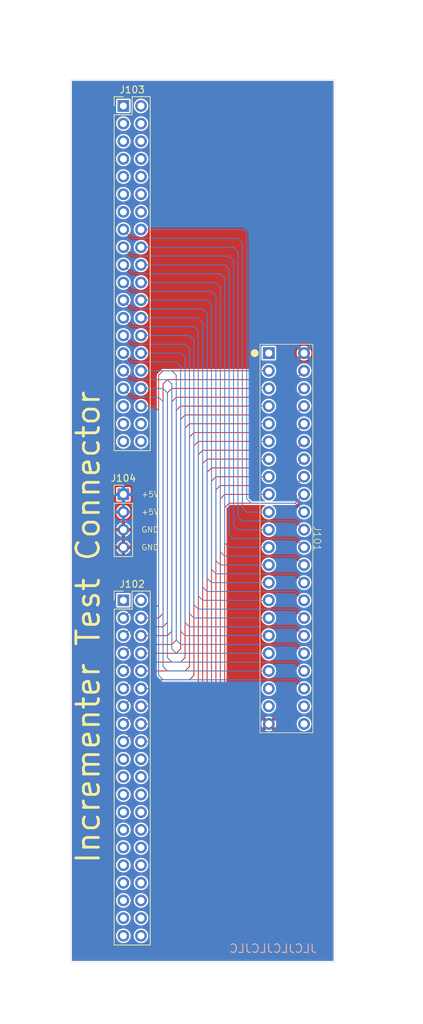
<source format=kicad_pcb>
(kicad_pcb (version 20240108) (generator "pcbnew") (generator_version "8.0")
  (layers (0 "F.Cu" signal) (31 "B.Cu" signal) (34 "B.Paste" user) (35 "F.Paste" user) (36 "B.SilkS" user "B.Silkscreen") (37 "F.SilkS" user "F.Silkscreen") (38 "B.Mask" user) (39 "F.Mask" user) (44 "Edge.Cuts" user))
  (net 0 "")
  (net 1 "/Incremented1.Out4")
  (net 3 "/Reg1.In6")
  (net 4 "/Reg1.In1")
  (net 5 "/~{OE}")
  (net 6 "/Increment3")
  (net 7 "/Incremented0.Out0")
  (net 8 "/Reg0.In1")
  (net 9 "/Incremented1.Out7")
  (net 10 "/Incremented1.Out3")
  (net 11 "/Incremented0.Out4")
  (net 12 "/Reg0.In3")
  (net 13 "/Incremented1.Out6")
  (net 14 "/Reg0.In2")
  (net 15 "/Incremented0.Out7")
  (net 16 "/Reg0.In5")
  (net 17 "GND")
  (net 18 "/Reg0.In7")
  (net 20 "/Reg1.In2")
  (net 21 "/Incremented1.Out0")
  (net 22 "/Incremented1.Out1")
  (net 23 "/Incremented0.Out1")
  (net 24 "/Incremented0.Out6")
  (net 25 "/Reg0.In6")
  (net 27 "/Reg0.In4")
  (net 28 "/Reg1.In3")
  (net 29 "/Incremented0.Out5")
  (net 30 "/Reg1.In0")
  (net 31 "/Incremented1.Out2")
  (net 32 "+5V")
  (net 33 "/Increment0")
  (net 34 "/Incremented1.Out5")
  (net 35 "/Reg0.In0")
  (net 36 "/Reg1.In7")
  (net 37 "/Reg1.In4")
  (net 38 "/Reg1.In5")
  (net 39 "/Increment2")
  (net 40 "/Incremented0.Out3")
  (net 43 "/Incremented0.Out2")
  (net 44 "/Increment1")
  (footprint "BoardEdgeConnectors:TE-5530843-4-Mount" (layer "F.Cu") (at 132.715 113.03 -90)
    (property "Reference" "J101" (at 0 -4.445 -90) (layer "F.SilkS") (effects (font (thickness 0.1))))
    (property "Value" "~")
    (fp_rect (start -27.94 -3.81) (end 27.94 3.81) (stroke (width 0.1)) (fill none) (layer "F.SilkS"))
    (fp_circle (center -26.67 4.572) (end -26.162 4.572) (stroke (width 0.1)) (fill solid) (layer "F.SilkS"))
    (pad "A1" thru_hole rect (at -26.67 2.54 270) (size 1.7272 1.7272) (drill 1.016) (layers "*.Cu" "*.Mask"))
    (pad "A2" thru_hole circle (at -24.13 2.54 270) (size 1.7272 1.7272) (drill 1.016) (layers "*.Cu" "*.Mask") (net 7 "/Incremented0.Out0"))
    (pad "A3" thru_hole circle (at -21.59 2.54 270) (size 1.7272 1.7272) (drill 1.016) (layers "*.Cu" "*.Mask") (net 43 "/Incremented0.Out2"))
    (pad "A4" thru_hole circle (at -19.05 2.54 270) (size 1.7272 1.7272) (drill 1.016) (layers "*.Cu" "*.Mask") (net 11 "/Incremented0.Out4"))
    (pad "A5" thru_hole circle (at -16.51 2.54 270) (size 1.7272 1.7272) (drill 1.016) (layers "*.Cu" "*.Mask") (net 24 "/Incremented0.Out6"))
    (pad "A6" thru_hole circle (at -13.97 2.54 270) (size 1.7272 1.7272) (drill 1.016) (layers "*.Cu" "*.Mask") (net 21 "/Incremented1.Out0"))
    (pad "A7" thru_hole circle (at -11.43 2.54 270) (size 1.7272 1.7272) (drill 1.016) (layers "*.Cu" "*.Mask") (net 31 "/Incremented1.Out2"))
    (pad "A8" thru_hole circle (at -8.89 2.54 270) (size 1.7272 1.7272) (drill 1.016) (layers "*.Cu" "*.Mask") (net 1 "/Incremented1.Out4"))
    (pad "A9" thru_hole circle (at -6.35 2.54 270) (size 1.7272 1.7272) (drill 1.016) (layers "*.Cu" "*.Mask") (net 13 "/Incremented1.Out6"))
    (pad "A10" thru_hole circle (at -3.81 2.54 270) (size 1.7272 1.7272) (drill 1.016) (layers "*.Cu" "*.Mask") (net 33 "/Increment0"))
    (pad "A11" thru_hole circle (at -1.27 2.54 270) (size 1.7272 1.7272) (drill 1.016) (layers "*.Cu" "*.Mask") (net 39 "/Increment2"))
    (pad "A12" thru_hole circle (at 1.27 2.54 270) (size 1.7272 1.7272) (drill 1.016) (layers "*.Cu" "*.Mask") (net 35 "/Reg0.In0"))
    (pad "A13" thru_hole circle (at 3.81 2.54 270) (size 1.7272 1.7272) (drill 1.016) (layers "*.Cu" "*.Mask") (net 14 "/Reg0.In2"))
    (pad "A14" thru_hole circle (at 6.35 2.54 270) (size 1.7272 1.7272) (drill 1.016) (layers "*.Cu" "*.Mask") (net 27 "/Reg0.In4"))
    (pad "A15" thru_hole circle (at 8.89 2.54 270) (size 1.7272 1.7272) (drill 1.016) (layers "*.Cu" "*.Mask") (net 25 "/Reg0.In6"))
    (pad "A16" thru_hole circle (at 11.43 2.54 270) (size 1.7272 1.7272) (drill 1.016) (layers "*.Cu" "*.Mask") (net 30 "/Reg1.In0"))
    (pad "A17" thru_hole circle (at 13.97 2.54 270) (size 1.7272 1.7272) (drill 1.016) (layers "*.Cu" "*.Mask") (net 20 "/Reg1.In2"))
    (pad "A18" thru_hole circle (at 16.51 2.54 270) (size 1.7272 1.7272) (drill 1.016) (layers "*.Cu" "*.Mask") (net 37 "/Reg1.In4"))
    (pad "A19" thru_hole circle (at 19.05 2.54 270) (size 1.7272 1.7272) (drill 1.016) (layers "*.Cu" "*.Mask") (net 3 "/Reg1.In6"))
    (pad "A20" thru_hole circle (at 21.59 2.54 270) (size 1.7272 1.7272) (drill 1.016) (layers "*.Cu" "*.Mask"))
    (pad "A21" thru_hole circle (at 24.13 2.54 270) (size 1.7272 1.7272) (drill 1.016) (layers "*.Cu" "*.Mask"))
    (pad "A22" thru_hole circle (at 26.67 2.54 270) (size 1.7272 1.7272) (drill 1.016) (layers "*.Cu" "*.Mask") (net 17 "GND"))
    (pad "B1" thru_hole circle (at -26.67 -2.54 270) (size 1.7272 1.7272) (drill 1.016) (layers "*.Cu" "*.Mask") (net 32 "+5V"))
    (pad "B2" thru_hole circle (at -24.13 -2.54 270) (size 1.7272 1.7272) (drill 1.016) (layers "*.Cu" "*.Mask") (net 23 "/Incremented0.Out1"))
    (pad "B3" thru_hole circle (at -21.59 -2.54 270) (size 1.7272 1.7272) (drill 1.016) (layers "*.Cu" "*.Mask") (net 40 "/Incremented0.Out3"))
    (pad "B4" thru_hole circle (at -19.05 -2.54 270) (size 1.7272 1.7272) (drill 1.016) (layers "*.Cu" "*.Mask") (net 29 "/Incremented0.Out5"))
    (pad "B5" thru_hole circle (at -16.51 -2.54 270) (size 1.7272 1.7272) (drill 1.016) (layers "*.Cu" "*.Mask") (net 15 "/Incremented0.Out7"))
    (pad "B6" thru_hole circle (at -13.97 -2.54 270) (size 1.7272 1.7272) (drill 1.016) (layers "*.Cu" "*.Mask") (net 22 "/Incremented1.Out1"))
    (pad "B7" thru_hole circle (at -11.43 -2.54 270) (size 1.7272 1.7272) (drill 1.016) (layers "*.Cu" "*.Mask") (net 10 "/Incremented1.Out3"))
    (pad "B8" thru_hole circle (at -8.89 -2.54 270) (size 1.7272 1.7272) (drill 1.016) (layers "*.Cu" "*.Mask") (net 34 "/Incremented1.Out5"))
    (pad "B9" thru_hole circle (at -6.35 -2.54 270) (size 1.7272 1.7272) (drill 1.016) (layers "*.Cu" "*.Mask") (net 9 "/Incremented1.Out7"))
    (pad "B10" thru_hole circle (at -3.81 -2.54 270) (size 1.7272 1.7272) (drill 1.016) (layers "*.Cu" "*.Mask") (net 44 "/Increment1"))
    (pad "B11" thru_hole circle (at -1.27 -2.54 270) (size 1.7272 1.7272) (drill 1.016) (layers "*.Cu" "*.Mask") (net 6 "/Increment3"))
    (pad "B12" thru_hole circle (at 1.27 -2.54 270) (size 1.7272 1.7272) (drill 1.016) (layers "*.Cu" "*.Mask") (net 8 "/Reg0.In1"))
    (pad "B13" thru_hole circle (at 3.81 -2.54 270) (size 1.7272 1.7272) (drill 1.016) (layers "*.Cu" "*.Mask") (net 12 "/Reg0.In3"))
    (pad "B14" thru_hole circle (at 6.35 -2.54 270) (size 1.7272 1.7272) (drill 1.016) (layers "*.Cu" "*.Mask") (net 16 "/Reg0.In5"))
    (pad "B15" thru_hole circle (at 8.89 -2.54 270) (size 1.7272 1.7272) (drill 1.016) (layers "*.Cu" "*.Mask") (net 18 "/Reg0.In7"))
    (pad "B16" thru_hole circle (at 11.43 -2.54 270) (size 1.7272 1.7272) (drill 1.016) (layers "*.Cu" "*.Mask") (net 4 "/Reg1.In1"))
    (pad "B17" thru_hole circle (at 13.97 -2.54 270) (size 1.7272 1.7272) (drill 1.016) (layers "*.Cu" "*.Mask") (net 28 "/Reg1.In3"))
    (pad "B18" thru_hole circle (at 16.51 -2.54 270) (size 1.7272 1.7272) (drill 1.016) (layers "*.Cu" "*.Mask") (net 38 "/Reg1.In5"))
    (pad "B19" thru_hole circle (at 19.05 -2.54 270) (size 1.7272 1.7272) (drill 1.016) (layers "*.Cu" "*.Mask") (net 36 "/Reg1.In7"))
    (pad "B20" thru_hole circle (at 21.59 -2.54 270) (size 1.7272 1.7272) (drill 1.016) (layers "*.Cu" "*.Mask") (net 5 "/~{OE}"))
    (pad "B21" thru_hole circle (at 24.13 -2.54 270) (size 1.7272 1.7272) (drill 1.016) (layers "*.Cu" "*.Mask"))
    (pad "B22" thru_hole circle (at 26.67 -2.54 270) (size 1.7272 1.7272) (drill 1.016) (layers "*.Cu" "*.Mask"))
  )
  (footprint "Connector_PinHeader_2.54mm:PinHeader_1x04_P2.54mm_Vertical" (layer "F.Cu") (at 109.22 106.68)
    (property "Reference" "J104" (at 0 -2.33 0) (layer "F.SilkS"))
    (property "Value" "Conn_01x04")
    (fp_line (start -1.33 -1.33) (end 0 -1.33) (stroke (width 0.12)) (layer "F.SilkS"))
    (fp_line (start -1.33 0) (end -1.33 -1.33) (stroke (width 0.12)) (layer "F.SilkS"))
    (fp_line (start -1.33 1.27) (end -1.33 8.95) (stroke (width 0.12)) (layer "F.SilkS"))
    (fp_line (start -1.33 1.27) (end 1.33 1.27) (stroke (width 0.12)) (layer "F.SilkS"))
    (fp_line (start -1.33 8.95) (end 1.33 8.95) (stroke (width 0.12)) (layer "F.SilkS"))
    (fp_line (start 1.33 1.27) (end 1.33 8.95) (stroke (width 0.12)) (layer "F.SilkS"))
    (pad "1" thru_hole rect (at 0 0) (size 1.7 1.7) (drill 1) (layers "*.Cu" "*.Mask") (net 32 "+5V"))
    (pad "2" thru_hole oval (at 0 2.54) (size 1.7 1.7) (drill 1) (layers "*.Cu" "*.Mask") (net 32 "+5V"))
    (pad "3" thru_hole oval (at 0 5.08) (size 1.7 1.7) (drill 1) (layers "*.Cu" "*.Mask") (net 17 "GND"))
    (pad "4" thru_hole oval (at 0 7.62) (size 1.7 1.7) (drill 1) (layers "*.Cu" "*.Mask") (net 17 "GND"))
  )
  (footprint "Connector_PinHeader_2.54mm:PinHeader_2x20_P2.54mm_Vertical" (layer "F.Cu") (at 109.22 50.8)
    (property "Reference" "J103" (at 1.27 -2.33 0) (layer "F.SilkS"))
    (property "Value" "Conn_02x20_Odd_Even")
    (fp_line (start -1.33 -1.33) (end 0 -1.33) (stroke (width 0.12)) (layer "F.SilkS"))
    (fp_line (start -1.33 0) (end -1.33 -1.33) (stroke (width 0.12)) (layer "F.SilkS"))
    (fp_line (start -1.33 1.27) (end -1.33 49.59) (stroke (width 0.12)) (layer "F.SilkS"))
    (fp_line (start -1.33 1.27) (end 1.27 1.27) (stroke (width 0.12)) (layer "F.SilkS"))
    (fp_line (start -1.33 49.59) (end 3.87 49.59) (stroke (width 0.12)) (layer "F.SilkS"))
    (fp_line (start 1.27 -1.33) (end 3.87 -1.33) (stroke (width 0.12)) (layer "F.SilkS"))
    (fp_line (start 1.27 1.27) (end 1.27 -1.33) (stroke (width 0.12)) (layer "F.SilkS"))
    (fp_line (start 3.87 -1.33) (end 3.87 49.59) (stroke (width 0.12)) (layer "F.SilkS"))
    (pad "1" thru_hole rect (at 0 0) (size 1.7 1.7) (drill 1) (layers "*.Cu" "*.Mask"))
    (pad "2" thru_hole oval (at 2.54 0) (size 1.7 1.7) (drill 1) (layers "*.Cu" "*.Mask"))
    (pad "3" thru_hole oval (at 0 2.54) (size 1.7 1.7) (drill 1) (layers "*.Cu" "*.Mask"))
    (pad "4" thru_hole oval (at 2.54 2.54) (size 1.7 1.7) (drill 1) (layers "*.Cu" "*.Mask"))
    (pad "5" thru_hole oval (at 0 5.08) (size 1.7 1.7) (drill 1) (layers "*.Cu" "*.Mask"))
    (pad "6" thru_hole oval (at 2.54 5.08) (size 1.7 1.7) (drill 1) (layers "*.Cu" "*.Mask"))
    (pad "7" thru_hole oval (at 0 7.62) (size 1.7 1.7) (drill 1) (layers "*.Cu" "*.Mask"))
    (pad "8" thru_hole oval (at 2.54 7.62) (size 1.7 1.7) (drill 1) (layers "*.Cu" "*.Mask"))
    (pad "9" thru_hole oval (at 0 10.16) (size 1.7 1.7) (drill 1) (layers "*.Cu" "*.Mask"))
    (pad "10" thru_hole oval (at 2.54 10.16) (size 1.7 1.7) (drill 1) (layers "*.Cu" "*.Mask"))
    (pad "11" thru_hole oval (at 0 12.7) (size 1.7 1.7) (drill 1) (layers "*.Cu" "*.Mask"))
    (pad "12" thru_hole oval (at 2.54 12.7) (size 1.7 1.7) (drill 1) (layers "*.Cu" "*.Mask"))
    (pad "13" thru_hole oval (at 0 15.24) (size 1.7 1.7) (drill 1) (layers "*.Cu" "*.Mask"))
    (pad "14" thru_hole oval (at 2.54 15.24) (size 1.7 1.7) (drill 1) (layers "*.Cu" "*.Mask"))
    (pad "15" thru_hole oval (at 0 17.78) (size 1.7 1.7) (drill 1) (layers "*.Cu" "*.Mask") (net 33 "/Increment0"))
    (pad "16" thru_hole oval (at 2.54 17.78) (size 1.7 1.7) (drill 1) (layers "*.Cu" "*.Mask") (net 44 "/Increment1"))
    (pad "17" thru_hole oval (at 0 20.32) (size 1.7 1.7) (drill 1) (layers "*.Cu" "*.Mask") (net 39 "/Increment2"))
    (pad "18" thru_hole oval (at 2.54 20.32) (size 1.7 1.7) (drill 1) (layers "*.Cu" "*.Mask") (net 6 "/Increment3"))
    (pad "19" thru_hole oval (at 0 22.86) (size 1.7 1.7) (drill 1) (layers "*.Cu" "*.Mask") (net 35 "/Reg0.In0"))
    (pad "20" thru_hole oval (at 2.54 22.86) (size 1.7 1.7) (drill 1) (layers "*.Cu" "*.Mask") (net 8 "/Reg0.In1"))
    (pad "21" thru_hole oval (at 0 25.4) (size 1.7 1.7) (drill 1) (layers "*.Cu" "*.Mask") (net 14 "/Reg0.In2"))
    (pad "22" thru_hole oval (at 2.54 25.4) (size 1.7 1.7) (drill 1) (layers "*.Cu" "*.Mask") (net 12 "/Reg0.In3"))
    (pad "23" thru_hole oval (at 0 27.94) (size 1.7 1.7) (drill 1) (layers "*.Cu" "*.Mask") (net 27 "/Reg0.In4"))
    (pad "24" thru_hole oval (at 2.54 27.94) (size 1.7 1.7) (drill 1) (layers "*.Cu" "*.Mask") (net 16 "/Reg0.In5"))
    (pad "25" thru_hole oval (at 0 30.48) (size 1.7 1.7) (drill 1) (layers "*.Cu" "*.Mask") (net 25 "/Reg0.In6"))
    (pad "26" thru_hole oval (at 2.54 30.48) (size 1.7 1.7) (drill 1) (layers "*.Cu" "*.Mask") (net 18 "/Reg0.In7"))
    (pad "27" thru_hole oval (at 0 33.02) (size 1.7 1.7) (drill 1) (layers "*.Cu" "*.Mask") (net 30 "/Reg1.In0"))
    (pad "28" thru_hole oval (at 2.54 33.02) (size 1.7 1.7) (drill 1) (layers "*.Cu" "*.Mask") (net 4 "/Reg1.In1"))
    (pad "29" thru_hole oval (at 0 35.56) (size 1.7 1.7) (drill 1) (layers "*.Cu" "*.Mask") (net 20 "/Reg1.In2"))
    (pad "30" thru_hole oval (at 2.54 35.56) (size 1.7 1.7) (drill 1) (layers "*.Cu" "*.Mask") (net 28 "/Reg1.In3"))
    (pad "31" thru_hole oval (at 0 38.1) (size 1.7 1.7) (drill 1) (layers "*.Cu" "*.Mask") (net 37 "/Reg1.In4"))
    (pad "32" thru_hole oval (at 2.54 38.1) (size 1.7 1.7) (drill 1) (layers "*.Cu" "*.Mask") (net 38 "/Reg1.In5"))
    (pad "33" thru_hole oval (at 0 40.64) (size 1.7 1.7) (drill 1) (layers "*.Cu" "*.Mask") (net 3 "/Reg1.In6"))
    (pad "34" thru_hole oval (at 2.54 40.64) (size 1.7 1.7) (drill 1) (layers "*.Cu" "*.Mask") (net 36 "/Reg1.In7"))
    (pad "35" thru_hole oval (at 0 43.18) (size 1.7 1.7) (drill 1) (layers "*.Cu" "*.Mask"))
    (pad "36" thru_hole oval (at 2.54 43.18) (size 1.7 1.7) (drill 1) (layers "*.Cu" "*.Mask") (net 5 "/~{OE}"))
    (pad "37" thru_hole oval (at 0 45.72) (size 1.7 1.7) (drill 1) (layers "*.Cu" "*.Mask"))
    (pad "38" thru_hole oval (at 2.54 45.72) (size 1.7 1.7) (drill 1) (layers "*.Cu" "*.Mask"))
    (pad "39" thru_hole oval (at 0 48.26) (size 1.7 1.7) (drill 1) (layers "*.Cu" "*.Mask"))
    (pad "40" thru_hole oval (at 2.54 48.26) (size 1.7 1.7) (drill 1) (layers "*.Cu" "*.Mask"))
  )
  (footprint "Connector_PinHeader_2.54mm:PinHeader_2x20_P2.54mm_Vertical" (layer "F.Cu") (at 109.22 121.92)
    (property "Reference" "J102" (at 1.27 -2.33 0) (layer "F.SilkS"))
    (property "Value" "Conn_02x20_Odd_Even")
    (fp_line (start -1.33 -1.33) (end 0 -1.33) (stroke (width 0.12)) (layer "F.SilkS"))
    (fp_line (start -1.33 0) (end -1.33 -1.33) (stroke (width 0.12)) (layer "F.SilkS"))
    (fp_line (start -1.33 1.27) (end -1.33 49.59) (stroke (width 0.12)) (layer "F.SilkS"))
    (fp_line (start -1.33 1.27) (end 1.27 1.27) (stroke (width 0.12)) (layer "F.SilkS"))
    (fp_line (start -1.33 49.59) (end 3.87 49.59) (stroke (width 0.12)) (layer "F.SilkS"))
    (fp_line (start 1.27 -1.33) (end 3.87 -1.33) (stroke (width 0.12)) (layer "F.SilkS"))
    (fp_line (start 1.27 1.27) (end 1.27 -1.33) (stroke (width 0.12)) (layer "F.SilkS"))
    (fp_line (start 3.87 -1.33) (end 3.87 49.59) (stroke (width 0.12)) (layer "F.SilkS"))
    (pad "1" thru_hole rect (at 0 0) (size 1.7 1.7) (drill 1) (layers "*.Cu" "*.Mask"))
    (pad "2" thru_hole oval (at 2.54 0) (size 1.7 1.7) (drill 1) (layers "*.Cu" "*.Mask"))
    (pad "3" thru_hole oval (at 0 2.54) (size 1.7 1.7) (drill 1) (layers "*.Cu" "*.Mask") (net 7 "/Incremented0.Out0"))
    (pad "4" thru_hole oval (at 2.54 2.54) (size 1.7 1.7) (drill 1) (layers "*.Cu" "*.Mask") (net 23 "/Incremented0.Out1"))
    (pad "5" thru_hole oval (at 0 5.08) (size 1.7 1.7) (drill 1) (layers "*.Cu" "*.Mask") (net 43 "/Incremented0.Out2"))
    (pad "6" thru_hole oval (at 2.54 5.08) (size 1.7 1.7) (drill 1) (layers "*.Cu" "*.Mask") (net 40 "/Incremented0.Out3"))
    (pad "7" thru_hole oval (at 0 7.62) (size 1.7 1.7) (drill 1) (layers "*.Cu" "*.Mask") (net 11 "/Incremented0.Out4"))
    (pad "8" thru_hole oval (at 2.54 7.62) (size 1.7 1.7) (drill 1) (layers "*.Cu" "*.Mask") (net 29 "/Incremented0.Out5"))
    (pad "9" thru_hole oval (at 0 10.16) (size 1.7 1.7) (drill 1) (layers "*.Cu" "*.Mask") (net 24 "/Incremented0.Out6"))
    (pad "10" thru_hole oval (at 2.54 10.16) (size 1.7 1.7) (drill 1) (layers "*.Cu" "*.Mask") (net 15 "/Incremented0.Out7"))
    (pad "11" thru_hole oval (at 0 12.7) (size 1.7 1.7) (drill 1) (layers "*.Cu" "*.Mask") (net 21 "/Incremented1.Out0"))
    (pad "12" thru_hole oval (at 2.54 12.7) (size 1.7 1.7) (drill 1) (layers "*.Cu" "*.Mask") (net 22 "/Incremented1.Out1"))
    (pad "13" thru_hole oval (at 0 15.24) (size 1.7 1.7) (drill 1) (layers "*.Cu" "*.Mask") (net 31 "/Incremented1.Out2"))
    (pad "14" thru_hole oval (at 2.54 15.24) (size 1.7 1.7) (drill 1) (layers "*.Cu" "*.Mask") (net 10 "/Incremented1.Out3"))
    (pad "15" thru_hole oval (at 0 17.78) (size 1.7 1.7) (drill 1) (layers "*.Cu" "*.Mask") (net 1 "/Incremented1.Out4"))
    (pad "16" thru_hole oval (at 2.54 17.78) (size 1.7 1.7) (drill 1) (layers "*.Cu" "*.Mask") (net 34 "/Incremented1.Out5"))
    (pad "17" thru_hole oval (at 0 20.32) (size 1.7 1.7) (drill 1) (layers "*.Cu" "*.Mask") (net 13 "/Incremented1.Out6"))
    (pad "18" thru_hole oval (at 2.54 20.32) (size 1.7 1.7) (drill 1) (layers "*.Cu" "*.Mask") (net 9 "/Incremented1.Out7"))
    (pad "19" thru_hole oval (at 0 22.86) (size 1.7 1.7) (drill 1) (layers "*.Cu" "*.Mask"))
    (pad "20" thru_hole oval (at 2.54 22.86) (size 1.7 1.7) (drill 1) (layers "*.Cu" "*.Mask"))
    (pad "21" thru_hole oval (at 0 25.4) (size 1.7 1.7) (drill 1) (layers "*.Cu" "*.Mask"))
    (pad "22" thru_hole oval (at 2.54 25.4) (size 1.7 1.7) (drill 1) (layers "*.Cu" "*.Mask"))
    (pad "23" thru_hole oval (at 0 27.94) (size 1.7 1.7) (drill 1) (layers "*.Cu" "*.Mask"))
    (pad "24" thru_hole oval (at 2.54 27.94) (size 1.7 1.7) (drill 1) (layers "*.Cu" "*.Mask"))
    (pad "25" thru_hole oval (at 0 30.48) (size 1.7 1.7) (drill 1) (layers "*.Cu" "*.Mask"))
    (pad "26" thru_hole oval (at 2.54 30.48) (size 1.7 1.7) (drill 1) (layers "*.Cu" "*.Mask"))
    (pad "27" thru_hole oval (at 0 33.02) (size 1.7 1.7) (drill 1) (layers "*.Cu" "*.Mask"))
    (pad "28" thru_hole oval (at 2.54 33.02) (size 1.7 1.7) (drill 1) (layers "*.Cu" "*.Mask"))
    (pad "29" thru_hole oval (at 0 35.56) (size 1.7 1.7) (drill 1) (layers "*.Cu" "*.Mask"))
    (pad "30" thru_hole oval (at 2.54 35.56) (size 1.7 1.7) (drill 1) (layers "*.Cu" "*.Mask"))
    (pad "31" thru_hole oval (at 0 38.1) (size 1.7 1.7) (drill 1) (layers "*.Cu" "*.Mask"))
    (pad "32" thru_hole oval (at 2.54 38.1) (size 1.7 1.7) (drill 1) (layers "*.Cu" "*.Mask"))
    (pad "33" thru_hole oval (at 0 40.64) (size 1.7 1.7) (drill 1) (layers "*.Cu" "*.Mask"))
    (pad "34" thru_hole oval (at 2.54 40.64) (size 1.7 1.7) (drill 1) (layers "*.Cu" "*.Mask"))
    (pad "35" thru_hole oval (at 0 43.18) (size 1.7 1.7) (drill 1) (layers "*.Cu" "*.Mask"))
    (pad "36" thru_hole oval (at 2.54 43.18) (size 1.7 1.7) (drill 1) (layers "*.Cu" "*.Mask"))
    (pad "37" thru_hole oval (at 0 45.72) (size 1.7 1.7) (drill 1) (layers "*.Cu" "*.Mask"))
    (pad "38" thru_hole oval (at 2.54 45.72) (size 1.7 1.7) (drill 1) (layers "*.Cu" "*.Mask"))
    (pad "39" thru_hole oval (at 0 48.26) (size 1.7 1.7) (drill 1) (layers "*.Cu" "*.Mask"))
    (pad "40" thru_hole oval (at 2.54 48.26) (size 1.7 1.7) (drill 1) (layers "*.Cu" "*.Mask"))
  )
  (gr_rect (start 101.6 46.99) (end 139.7 173.99) (stroke (width 0.05)) (fill none) (layer "Edge.Cuts"))
  (gr_text "JLCJLCJLCJLC" (at 137.16 172.72 0) (layer "B.SilkS") (effects (font (size 1.2192 1.2192) (thickness 0.1524)) (justify left bottom mirror)))
  (gr_text "GND" (at 111.76 114.3 0) (layer "F.SilkS") (effects (font (size 0.8128 0.8128) (thickness 0.1016)) (justify left)))
  (gr_text "Incrementer Test Connector" (at 104.14 160.02 90) (layer "F.SilkS") (effects (font (size 3.2512 3.2512) (thickness 0.4064)) (justify left)))
  (gr_text "+5V" (at 111.76 109.22 0) (layer "F.SilkS") (effects (font (size 0.8128 0.8128) (thickness 0.1016)) (justify left)))
  (gr_text "GND" (at 111.76 111.76 0) (layer "F.SilkS") (effects (font (size 0.8128 0.8128) (thickness 0.1016)) (justify left)))
  (gr_text "+5V" (at 111.76 106.68 0) (layer "F.SilkS") (effects (font (size 0.8128 0.8128) (thickness 0.1016)) (justify left)))
  (segment (start 121.92 137.795) (end 121.92 104.775) (width 0.127) (layer "F.Cu") (net 1))
  (segment (start 109.22 139.7) (end 110.49 138.43) (width 0.127) (layer "F.Cu") (net 1))
  (segment (start 121.92 104.775) (end 122.555 104.14) (width 0.127) (layer "F.Cu") (net 1))
  (segment (start 110.49 138.43) (end 121.285 138.43) (width 0.127) (layer "F.Cu") (net 1))
  (segment (start 122.555 104.14) (end 130.175 104.14) (width 0.127) (layer "F.Cu") (net 1))
  (segment (start 121.285 138.43) (end 121.92 137.795) (width 0.127) (layer "F.Cu") (net 1))
  (segment (start 114.935 93.345) (end 114.3 92.71) (width 0.127) (layer "B.Cu") (net 3))
  (segment (start 114.935 131.445) (end 114.935 93.345) (width 0.127) (layer "B.Cu") (net 3))
  (segment (start 110.49 92.71) (end 109.22 91.44) (width 0.127) (layer "B.Cu") (net 3))
  (segment (start 115.57 132.08) (end 114.935 131.445) (width 0.127) (layer "B.Cu") (net 3))
  (segment (start 130.175 132.08) (end 115.57 132.08) (width 0.127) (layer "B.Cu") (net 3))
  (segment (start 114.3 92.71) (end 110.49 92.71) (width 0.127) (layer "B.Cu") (net 3))
  (segment (start 119.38 122.555) (end 119.38 84.455) (width 0.127) (layer "B.Cu") (net 4))
  (segment (start 135.255 124.46) (end 133.985 123.19) (width 0.127) (layer "B.Cu") (net 4))
  (segment (start 119.38 84.455) (end 118.745 83.82) (width 0.127) (layer "B.Cu") (net 4))
  (segment (start 118.745 83.82) (end 111.76 83.82) (width 0.127) (layer "B.Cu") (net 4))
  (segment (start 120.015 123.19) (end 119.38 122.555) (width 0.127) (layer "B.Cu") (net 4))
  (segment (start 133.985 123.19) (end 120.015 123.19) (width 0.127) (layer "B.Cu") (net 4))
  (segment (start 113.665 93.98) (end 114.3 94.615) (width 0.127) (layer "B.Cu") (net 5))
  (segment (start 114.3 94.615) (end 114.3 132.715) (width 0.127) (layer "B.Cu") (net 5))
  (segment (start 111.76 93.98) (end 113.665 93.98) (width 0.127) (layer "B.Cu") (net 5))
  (segment (start 133.985 133.35) (end 114.935 133.35) (width 0.127) (layer "B.Cu") (net 5))
  (segment (start 135.255 134.62) (end 133.985 133.35) (width 0.127) (layer "B.Cu") (net 5))
  (segment (start 114.935 133.35) (end 114.3 132.715) (width 0.127) (layer "B.Cu") (net 5))
  (segment (start 125.73 71.755) (end 125.73 109.855) (width 0.127) (layer "B.Cu") (net 6))
  (segment (start 133.985 110.49) (end 135.255 111.76) (width 0.127) (layer "B.Cu") (net 6))
  (segment (start 125.095 71.12) (end 125.73 71.755) (width 0.127) (layer "B.Cu") (net 6))
  (segment (start 126.365 110.49) (end 133.985 110.49) (width 0.127) (layer "B.Cu") (net 6))
  (segment (start 111.76 71.12) (end 125.095 71.12) (width 0.127) (layer "B.Cu") (net 6))
  (segment (start 125.73 109.855) (end 126.365 110.49) (width 0.127) (layer "B.Cu") (net 6))
  (segment (start 114.935 88.9) (end 130.175 88.9) (width 0.127) (layer "F.Cu") (net 7))
  (segment (start 109.22 124.46) (end 110.49 123.19) (width 0.127) (layer "F.Cu") (net 7))
  (segment (start 110.49 123.19) (end 113.665 123.19) (width 0.127) (layer "F.Cu") (net 7))
  (segment (start 114.3 122.555) (end 114.3 89.535) (width 0.127) (layer "F.Cu") (net 7))
  (segment (start 114.3 89.535) (end 114.935 88.9) (width 0.127) (layer "F.Cu") (net 7))
  (segment (start 113.665 123.19) (end 114.3 122.555) (width 0.127) (layer "F.Cu") (net 7))
  (segment (start 123.825 73.66) (end 111.76 73.66) (width 0.127) (layer "B.Cu") (net 8))
  (segment (start 125.095 113.03) (end 124.46 112.395) (width 0.127) (layer "B.Cu") (net 8))
  (segment (start 133.985 113.03) (end 125.095 113.03) (width 0.127) (layer "B.Cu") (net 8))
  (segment (start 124.46 74.295) (end 123.825 73.66) (width 0.127) (layer "B.Cu") (net 8))
  (segment (start 124.46 112.395) (end 124.46 74.295) (width 0.127) (layer "B.Cu") (net 8))
  (segment (start 135.255 114.3) (end 133.985 113.03) (width 0.127) (layer "B.Cu") (net 8))
  (segment (start 133.985 107.95) (end 135.255 106.68) (width 0.127) (layer "F.Cu") (net 9))
  (segment (start 111.76 142.24) (end 123.19 142.24) (width 0.127) (layer "F.Cu") (net 9))
  (segment (start 123.825 108.585) (end 124.46 107.95) (width 0.127) (layer "F.Cu") (net 9))
  (segment (start 123.19 142.24) (end 123.825 141.605) (width 0.127) (layer "F.Cu") (net 9))
  (segment (start 123.825 141.605) (end 123.825 108.585) (width 0.127) (layer "F.Cu") (net 9))
  (segment (start 124.46 107.95) (end 133.985 107.95) (width 0.127) (layer "F.Cu") (net 9))
  (segment (start 111.76 137.16) (end 120.65 137.16) (width 0.127) (layer "F.Cu") (net 10))
  (segment (start 133.985 102.87) (end 121.92 102.87) (width 0.127) (layer "F.Cu") (net 10))
  (segment (start 121.285 103.505) (end 121.285 136.525) (width 0.127) (layer "F.Cu") (net 10))
  (segment (start 135.255 101.6) (end 133.985 102.87) (width 0.127) (layer "F.Cu") (net 10))
  (segment (start 120.65 137.16) (end 121.285 136.525) (width 0.127) (layer "F.Cu") (net 10))
  (segment (start 121.92 102.87) (end 121.285 103.505) (width 0.127) (layer "F.Cu") (net 10))
  (segment (start 130.175 93.98) (end 117.475 93.98) (width 0.127) (layer "F.Cu") (net 11))
  (segment (start 116.205 128.27) (end 116.84 127.635) (width 0.127) (layer "F.Cu") (net 11))
  (segment (start 110.49 128.27) (end 116.205 128.27) (width 0.127) (layer "F.Cu") (net 11))
  (segment (start 116.84 127.635) (end 116.84 94.615) (width 0.127) (layer "F.Cu") (net 11))
  (segment (start 109.22 129.54) (end 110.49 128.27) (width 0.127) (layer "F.Cu") (net 11))
  (segment (start 117.475 93.98) (end 116.84 94.615) (width 0.127) (layer "F.Cu") (net 11))
  (segment (start 123.825 115.57) (end 133.985 115.57) (width 0.127) (layer "B.Cu") (net 12))
  (segment (start 123.19 76.835) (end 123.19 114.935) (width 0.127) (layer "B.Cu") (net 12))
  (segment (start 123.19 114.935) (end 123.825 115.57) (width 0.127) (layer "B.Cu") (net 12))
  (segment (start 111.76 76.2) (end 122.555 76.2) (width 0.127) (layer "B.Cu") (net 12))
  (segment (start 133.985 115.57) (end 135.255 116.84) (width 0.127) (layer "B.Cu") (net 12))
  (segment (start 122.555 76.2) (end 123.19 76.835) (width 0.127) (layer "B.Cu") (net 12))
  (segment (start 110.49 140.97) (end 109.22 142.24) (width 0.127) (layer "F.Cu") (net 13))
  (segment (start 123.825 106.68) (end 123.19 107.315) (width 0.127) (layer "F.Cu") (net 13))
  (segment (start 122.555 140.97) (end 110.49 140.97) (width 0.127) (layer "F.Cu") (net 13))
  (segment (start 130.175 106.68) (end 123.825 106.68) (width 0.127) (layer "F.Cu") (net 13))
  (segment (start 123.19 140.335) (end 122.555 140.97) (width 0.127) (layer "F.Cu") (net 13))
  (segment (start 123.19 107.315) (end 123.19 140.335) (width 0.127) (layer "F.Cu") (net 13))
  (segment (start 130.175 116.84) (end 123.19 116.84) (width 0.127) (layer "B.Cu") (net 14))
  (segment (start 123.19 116.84) (end 122.555 116.205) (width 0.127) (layer "B.Cu") (net 14))
  (segment (start 121.92 77.47) (end 110.49 77.47) (width 0.127) (layer "B.Cu") (net 14))
  (segment (start 110.49 77.47) (end 109.22 76.2) (width 0.127) (layer "B.Cu") (net 14))
  (segment (start 122.555 78.105) (end 121.92 77.47) (width 0.127) (layer "B.Cu") (net 14))
  (segment (start 122.555 116.205) (end 122.555 78.105) (width 0.127) (layer "B.Cu") (net 14))
  (segment (start 118.745 98.425) (end 119.38 97.79) (width 0.127) (layer "F.Cu") (net 15))
  (segment (start 111.76 132.08) (end 118.11 132.08) (width 0.127) (layer "F.Cu") (net 15))
  (segment (start 133.985 97.79) (end 135.255 96.52) (width 0.127) (layer "F.Cu") (net 15))
  (segment (start 119.38 97.79) (end 133.985 97.79) (width 0.127) (layer "F.Cu") (net 15))
  (segment (start 118.11 132.08) (end 118.745 131.445) (width 0.127) (layer "F.Cu") (net 15))
  (segment (start 118.745 131.445) (end 118.745 98.425) (width 0.127) (layer "F.Cu") (net 15))
  (segment (start 121.285 78.74) (end 121.92 79.375) (width 0.127) (layer "B.Cu") (net 16))
  (segment (start 121.92 117.475) (end 122.555 118.11) (width 0.127) (layer "B.Cu") (net 16))
  (segment (start 122.555 118.11) (end 133.985 118.11) (width 0.127) (layer "B.Cu") (net 16))
  (segment (start 121.92 79.375) (end 121.92 117.475) (width 0.127) (layer "B.Cu") (net 16))
  (segment (start 133.985 118.11) (end 135.255 119.38) (width 0.127) (layer "B.Cu") (net 16))
  (segment (start 111.76 78.74) (end 121.285 78.74) (width 0.127) (layer "B.Cu") (net 16))
  (segment (start 121.285 120.65) (end 120.65 120.015) (width 0.127) (layer "B.Cu") (net 18))
  (segment (start 135.255 121.92) (end 133.985 120.65) (width 0.127) (layer "B.Cu") (net 18))
  (segment (start 133.985 120.65) (end 121.285 120.65) (width 0.127) (layer "B.Cu") (net 18))
  (segment (start 120.65 120.015) (end 120.65 81.915) (width 0.127) (layer "B.Cu") (net 18))
  (segment (start 120.015 81.28) (end 111.76 81.28) (width 0.127) (layer "B.Cu") (net 18))
  (segment (start 120.65 81.915) (end 120.015 81.28) (width 0.127) (layer "B.Cu") (net 18))
  (segment (start 110.49 87.63) (end 116.84 87.63) (width 0.127) (layer "B.Cu") (net 20))
  (segment (start 117.475 88.265) (end 117.475 126.365) (width 0.127) (layer "B.Cu") (net 20))
  (segment (start 117.475 126.365) (end 118.11 127) (width 0.127) (layer "B.Cu") (net 20))
  (segment (start 118.11 127) (end 130.175 127) (width 0.127) (layer "B.Cu") (net 20))
  (segment (start 109.22 86.36) (end 110.49 87.63) (width 0.127) (layer "B.Cu") (net 20))
  (segment (start 116.84 87.63) (end 117.475 88.265) (width 0.127) (layer "B.Cu") (net 20))
  (segment (start 110.49 133.35) (end 109.22 134.62) (width 0.127) (layer "F.Cu") (net 21))
  (segment (start 118.745 133.35) (end 110.49 133.35) (width 0.127) (layer "F.Cu") (net 21))
  (segment (start 119.38 132.715) (end 118.745 133.35) (width 0.127) (layer "F.Cu") (net 21))
  (segment (start 130.175 99.06) (end 120.015 99.06) (width 0.127) (layer "F.Cu") (net 21))
  (segment (start 120.015 99.06) (end 119.38 99.695) (width 0.127) (layer "F.Cu") (net 21))
  (segment (start 119.38 99.695) (end 119.38 132.715) (width 0.127) (layer "F.Cu") (net 21))
  (segment (start 120.65 100.33) (end 133.985 100.33) (width 0.127) (layer "F.Cu") (net 22))
  (segment (start 120.015 133.985) (end 120.015 100.965) (width 0.127) (layer "F.Cu") (net 22))
  (segment (start 133.985 100.33) (end 135.255 99.06) (width 0.127) (layer "F.Cu") (net 22))
  (segment (start 120.015 100.965) (end 120.65 100.33) (width 0.127) (layer "F.Cu") (net 22))
  (segment (start 119.38 134.62) (end 120.015 133.985) (width 0.127) (layer "F.Cu") (net 22))
  (segment (start 111.76 134.62) (end 119.38 134.62) (width 0.127) (layer "F.Cu") (net 22))
  (segment (start 115.57 90.17) (end 114.935 90.805) (width 0.127) (layer "F.Cu") (net 23))
  (segment (start 114.3 124.46) (end 111.76 124.46) (width 0.127) (layer "F.Cu") (net 23))
  (segment (start 135.255 88.9) (end 133.985 90.17) (width 0.127) (layer "F.Cu") (net 23))
  (segment (start 114.935 123.825) (end 114.3 124.46) (width 0.127) (layer "F.Cu") (net 23))
  (segment (start 114.935 90.805) (end 114.935 123.825) (width 0.127) (layer "F.Cu") (net 23))
  (segment (start 133.985 90.17) (end 115.57 90.17) (width 0.127) (layer "F.Cu") (net 23))
  (segment (start 118.11 97.155) (end 118.11 130.175) (width 0.127) (layer "F.Cu") (net 24))
  (segment (start 118.11 130.175) (end 117.475 130.81) (width 0.127) (layer "F.Cu") (net 24))
  (segment (start 130.175 96.52) (end 118.745 96.52) (width 0.127) (layer "F.Cu") (net 24))
  (segment (start 110.49 130.81) (end 109.22 132.08) (width 0.127) (layer "F.Cu") (net 24))
  (segment (start 117.475 130.81) (end 110.49 130.81) (width 0.127) (layer "F.Cu") (net 24))
  (segment (start 118.745 96.52) (end 118.11 97.155) (width 0.127) (layer "F.Cu") (net 24))
  (segment (start 120.65 121.92) (end 130.175 121.92) (width 0.127) (layer "B.Cu") (net 25))
  (segment (start 120.015 83.185) (end 120.015 121.285) (width 0.127) (layer "B.Cu") (net 25))
  (segment (start 119.38 82.55) (end 120.015 83.185) (width 0.127) (layer "B.Cu") (net 25))
  (segment (start 109.22 81.28) (end 110.49 82.55) (width 0.127) (layer "B.Cu") (net 25))
  (segment (start 120.015 121.285) (end 120.65 121.92) (width 0.127) (layer "B.Cu") (net 25))
  (segment (start 110.49 82.55) (end 119.38 82.55) (width 0.127) (layer "B.Cu") (net 25))
  (segment (start 130.175 119.38) (end 121.92 119.38) (width 0.127) (layer "B.Cu") (net 27))
  (segment (start 121.92 119.38) (end 121.285 118.745) (width 0.127) (layer "B.Cu") (net 27))
  (segment (start 120.65 80.01) (end 110.49 80.01) (width 0.127) (layer "B.Cu") (net 27))
  (segment (start 121.285 80.645) (end 120.65 80.01) (width 0.127) (layer "B.Cu") (net 27))
  (segment (start 121.285 118.745) (end 121.285 80.645) (width 0.127) (layer "B.Cu") (net 27))
  (segment (start 110.49 80.01) (end 109.22 78.74) (width 0.127) (layer "B.Cu") (net 27))
  (segment (start 118.745 125.73) (end 118.11 125.095) (width 0.127) (layer "B.Cu") (net 28))
  (segment (start 135.255 127) (end 133.985 125.73) (width 0.127) (layer "B.Cu") (net 28))
  (segment (start 118.11 86.995) (end 117.475 86.36) (width 0.127) (layer "B.Cu") (net 28))
  (segment (start 117.475 86.36) (end 111.76 86.36) (width 0.127) (layer "B.Cu") (net 28))
  (segment (start 118.11 125.095) (end 118.11 86.995) (width 0.127) (layer "B.Cu") (net 28))
  (segment (start 133.985 125.73) (end 118.745 125.73) (width 0.127) (layer "B.Cu") (net 28))
  (segment (start 133.985 95.25) (end 135.255 93.98) (width 0.127) (layer "F.Cu") (net 29))
  (segment (start 111.76 129.54) (end 116.84 129.54) (width 0.127) (layer "F.Cu") (net 29))
  (segment (start 117.475 128.905) (end 117.475 95.885) (width 0.127) (layer "F.Cu") (net 29))
  (segment (start 116.84 129.54) (end 117.475 128.905) (width 0.127) (layer "F.Cu") (net 29))
  (segment (start 118.11 95.25) (end 133.985 95.25) (width 0.127) (layer "F.Cu") (net 29))
  (segment (start 117.475 95.885) (end 118.11 95.25) (width 0.127) (layer "F.Cu") (net 29))
  (segment (start 118.745 123.825) (end 119.38 124.46) (width 0.127) (layer "B.Cu") (net 30))
  (segment (start 119.38 124.46) (end 130.175 124.46) (width 0.127) (layer "B.Cu") (net 30))
  (segment (start 118.11 85.09) (end 118.745 85.725) (width 0.127) (layer "B.Cu") (net 30))
  (segment (start 110.49 85.09) (end 118.11 85.09) (width 0.127) (layer "B.Cu") (net 30))
  (segment (start 118.745 85.725) (end 118.745 123.825) (width 0.127) (layer "B.Cu") (net 30))
  (segment (start 109.22 83.82) (end 110.49 85.09) (width 0.127) (layer "B.Cu") (net 30))
  (segment (start 130.175 101.6) (end 121.285 101.6) (width 0.127) (layer "F.Cu") (net 31))
  (segment (start 120.65 135.255) (end 120.015 135.89) (width 0.127) (layer "F.Cu") (net 31))
  (segment (start 110.49 135.89) (end 109.22 137.16) (width 0.127) (layer "F.Cu") (net 31))
  (segment (start 121.285 101.6) (end 120.65 102.235) (width 0.127) (layer "F.Cu") (net 31))
  (segment (start 120.015 135.89) (end 110.49 135.89) (width 0.127) (layer "F.Cu") (net 31))
  (segment (start 120.65 102.235) (end 120.65 135.255) (width 0.127) (layer "F.Cu") (net 31))
  (segment (start 130.175 109.22) (end 127 109.22) (width 0.127) (layer "B.Cu") (net 33))
  (segment (start 127 109.22) (end 126.365 108.585) (width 0.127) (layer "B.Cu") (net 33))
  (segment (start 110.49 69.85) (end 109.22 68.58) (width 0.127) (layer "B.Cu") (net 33))
  (segment (start 126.365 108.585) (end 126.365 70.485) (width 0.127) (layer "B.Cu") (net 33))
  (segment (start 125.73 69.85) (end 110.49 69.85) (width 0.127) (layer "B.Cu") (net 33))
  (segment (start 126.365 70.485) (end 125.73 69.85) (width 0.127) (layer "B.Cu") (net 33))
  (segment (start 122.555 106.045) (end 122.555 139.065) (width 0.127) (layer "F.Cu") (net 34))
  (segment (start 123.19 105.41) (end 122.555 106.045) (width 0.127) (layer "F.Cu") (net 34))
  (segment (start 121.92 139.7) (end 111.76 139.7) (width 0.127) (layer "F.Cu") (net 34))
  (segment (start 133.985 105.41) (end 123.19 105.41) (width 0.127) (layer "F.Cu") (net 34))
  (segment (start 122.555 139.065) (end 121.92 139.7) (width 0.127) (layer "F.Cu") (net 34))
  (segment (start 135.255 104.14) (end 133.985 105.41) (width 0.127) (layer "F.Cu") (net 34))
  (segment (start 130.175 114.3) (end 124.46 114.3) (width 0.127) (layer "B.Cu") (net 35))
  (segment (start 123.825 75.565) (end 123.19 74.93) (width 0.127) (layer "B.Cu") (net 35))
  (segment (start 124.46 114.3) (end 123.825 113.665) (width 0.127) (layer "B.Cu") (net 35))
  (segment (start 110.49 74.93) (end 109.22 73.66) (width 0.127) (layer "B.Cu") (net 35))
  (segment (start 123.825 113.665) (end 123.825 75.565) (width 0.127) (layer "B.Cu") (net 35))
  (segment (start 123.19 74.93) (end 110.49 74.93) (width 0.127) (layer "B.Cu") (net 35))
  (segment (start 133.985 130.81) (end 135.255 132.08) (width 0.127) (layer "B.Cu") (net 36))
  (segment (start 116.205 130.81) (end 133.985 130.81) (width 0.127) (layer "B.Cu") (net 36))
  (segment (start 115.57 92.075) (end 115.57 130.175) (width 0.127) (layer "B.Cu") (net 36))
  (segment (start 114.935 91.44) (end 115.57 92.075) (width 0.127) (layer "B.Cu") (net 36))
  (segment (start 111.76 91.44) (end 114.935 91.44) (width 0.127) (layer "B.Cu") (net 36))
  (segment (start 115.57 130.175) (end 116.205 130.81) (width 0.127) (layer "B.Cu") (net 36))
  (segment (start 116.84 129.54) (end 116.205 128.905) (width 0.127) (layer "B.Cu") (net 37))
  (segment (start 116.205 128.905) (end 116.205 90.805) (width 0.127) (layer "B.Cu") (net 37))
  (segment (start 130.175 129.54) (end 116.84 129.54) (width 0.127) (layer "B.Cu") (net 37))
  (segment (start 115.57 90.17) (end 110.49 90.17) (width 0.127) (layer "B.Cu") (net 37))
  (segment (start 116.205 90.805) (end 115.57 90.17) (width 0.127) (layer "B.Cu") (net 37))
  (segment (start 110.49 90.17) (end 109.22 88.9) (width 0.127) (layer "B.Cu") (net 37))
  (segment (start 116.84 127.635) (end 116.84 89.535) (width 0.127) (layer "B.Cu") (net 38))
  (segment (start 116.205 88.9) (end 111.76 88.9) (width 0.127) (layer "B.Cu") (net 38))
  (segment (start 117.475 128.27) (end 116.84 127.635) (width 0.127) (layer "B.Cu") (net 38))
  (segment (start 116.84 89.535) (end 116.205 88.9) (width 0.127) (layer "B.Cu") (net 38))
  (segment (start 133.985 128.27) (end 117.475 128.27) (width 0.127) (layer "B.Cu") (net 38))
  (segment (start 135.255 129.54) (end 133.985 128.27) (width 0.127) (layer "B.Cu") (net 38))
  (segment (start 109.22 71.12) (end 110.49 72.39) (width 0.127) (layer "B.Cu") (net 39))
  (segment (start 110.49 72.39) (end 124.46 72.39) (width 0.127) (layer "B.Cu") (net 39))
  (segment (start 125.73 111.76) (end 130.175 111.76) (width 0.127) (layer "B.Cu") (net 39))
  (segment (start 125.095 111.125) (end 125.73 111.76) (width 0.127) (layer "B.Cu") (net 39))
  (segment (start 124.46 72.39) (end 125.095 73.025) (width 0.127) (layer "B.Cu") (net 39))
  (segment (start 125.095 73.025) (end 125.095 111.125) (width 0.127) (layer "B.Cu") (net 39))
  (segment (start 135.255 91.44) (end 133.985 92.71) (width 0.127) (layer "F.Cu") (net 40))
  (segment (start 115.57 127) (end 116.205 126.365) (width 0.127) (layer "F.Cu") (net 40))
  (segment (start 116.205 126.365) (end 116.205 93.345) (width 0.127) (layer "F.Cu") (net 40))
  (segment (start 111.76 127) (end 115.57 127) (width 0.127) (layer "F.Cu") (net 40))
  (segment (start 133.985 92.71) (end 116.84 92.71) (width 0.127) (layer "F.Cu") (net 40))
  (segment (start 116.84 92.71) (end 116.205 93.345) (width 0.127) (layer "F.Cu") (net 40))
  (segment (start 110.49 125.73) (end 114.935 125.73) (width 0.127) (layer "F.Cu") (net 43))
  (segment (start 115.57 92.075) (end 116.205 91.44) (width 0.127) (layer "F.Cu") (net 43))
  (segment (start 114.935 125.73) (end 115.57 125.095) (width 0.127) (layer "F.Cu") (net 43))
  (segment (start 109.22 127) (end 110.49 125.73) (width 0.127) (layer "F.Cu") (net 43))
  (segment (start 116.205 91.44) (end 130.175 91.44) (width 0.127) (layer "F.Cu") (net 43))
  (segment (start 115.57 92.075) (end 115.57 125.095) (width 0.127) (layer "F.Cu") (net 43))
  (segment (start 127 69.215) (end 127 107.315) (width 0.127) (layer "B.Cu") (net 44))
  (segment (start 133.985 107.95) (end 135.255 109.22) (width 0.127) (layer "B.Cu") (net 44))
  (segment (start 127 107.315) (end 127.635 107.95) (width 0.127) (layer "B.Cu") (net 44))
  (segment (start 111.76 68.58) (end 126.365 68.58) (width 0.127) (layer "B.Cu") (net 44))
  (segment (start 126.365 68.58) (end 127 69.215) (width 0.127) (layer "B.Cu") (net 44))
  (segment (start 127.635 107.95) (end 133.985 107.95) (width 0.127) (layer "B.Cu") (net 44))
  (zone (net 17) (net_name "GND") (layer "F.Cu") (connect_pads (clearance 0.1016)) (min_thickness 0.1016) (fill yes (thermal_gap 0.5) (thermal_bridge_width 0.5) (smoothing fillet) (radius 0.127))
    (polygon (pts (xy 96.52 40.64) (xy 147.32 40.64) (xy 147.32 177.8) (xy 96.52 177.8)))
  )
  (zone (net 32) (net_name "+5V") (layer "B.Cu") (priority 1) (connect_pads (clearance 0.1016)) (min_thickness 0.1016) (fill yes (thermal_gap 0.5) (thermal_bridge_width 0.5) (smoothing fillet) (radius 0.127))
    (polygon (pts (xy 91.44 35.56) (xy 152.4 35.56) (xy 152.4 182.88) (xy 91.44 182.88)))
  )
)
</source>
